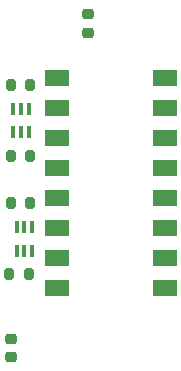
<source format=gtp>
%TF.GenerationSoftware,KiCad,Pcbnew,8.0.1*%
%TF.CreationDate,2024-08-07T00:37:21+09:00*%
%TF.ProjectId,insulation_board,696e7375-6c61-4746-996f-6e5f626f6172,rev?*%
%TF.SameCoordinates,Original*%
%TF.FileFunction,Paste,Top*%
%TF.FilePolarity,Positive*%
%FSLAX46Y46*%
G04 Gerber Fmt 4.6, Leading zero omitted, Abs format (unit mm)*
G04 Created by KiCad (PCBNEW 8.0.1) date 2024-08-07 00:37:21*
%MOMM*%
%LPD*%
G01*
G04 APERTURE LIST*
G04 Aperture macros list*
%AMRoundRect*
0 Rectangle with rounded corners*
0 $1 Rounding radius*
0 $2 $3 $4 $5 $6 $7 $8 $9 X,Y pos of 4 corners*
0 Add a 4 corners polygon primitive as box body*
4,1,4,$2,$3,$4,$5,$6,$7,$8,$9,$2,$3,0*
0 Add four circle primitives for the rounded corners*
1,1,$1+$1,$2,$3*
1,1,$1+$1,$4,$5*
1,1,$1+$1,$6,$7*
1,1,$1+$1,$8,$9*
0 Add four rect primitives between the rounded corners*
20,1,$1+$1,$2,$3,$4,$5,0*
20,1,$1+$1,$4,$5,$6,$7,0*
20,1,$1+$1,$6,$7,$8,$9,0*
20,1,$1+$1,$8,$9,$2,$3,0*%
G04 Aperture macros list end*
%ADD10R,0.450000X1.100000*%
%ADD11RoundRect,0.200000X0.200000X0.275000X-0.200000X0.275000X-0.200000X-0.275000X0.200000X-0.275000X0*%
%ADD12RoundRect,0.225000X0.250000X-0.225000X0.250000X0.225000X-0.250000X0.225000X-0.250000X-0.225000X0*%
%ADD13R,2.100000X1.450000*%
%ADD14RoundRect,0.225000X-0.250000X0.225000X-0.250000X-0.225000X0.250000X-0.225000X0.250000X0.225000X0*%
G04 APERTURE END LIST*
D10*
%TO.C,Q2*%
X165800000Y-66500000D03*
X165150000Y-66500000D03*
X164500000Y-66500000D03*
X164500000Y-68500000D03*
X165150000Y-68500000D03*
X165800000Y-68500000D03*
%TD*%
D11*
%TO.C,R9*%
X165650000Y-54500000D03*
X164000000Y-54500000D03*
%TD*%
D12*
%TO.C,C1*%
X170500000Y-50050000D03*
X170500000Y-48500000D03*
%TD*%
D10*
%TO.C,Q1*%
X165500000Y-56500000D03*
X164850000Y-56500000D03*
X164200000Y-56500000D03*
X164200000Y-58500000D03*
X164850000Y-58500000D03*
X165500000Y-58500000D03*
%TD*%
D13*
%TO.C,IC1*%
X167950000Y-53920000D03*
X167950000Y-56460000D03*
X167950000Y-59000000D03*
X167950000Y-61540000D03*
X167950000Y-64080000D03*
X167950000Y-66620000D03*
X167950000Y-69160000D03*
X167950000Y-71700000D03*
X177050000Y-71700000D03*
X177050000Y-69160000D03*
X177050000Y-66620000D03*
X177050000Y-64080000D03*
X177050000Y-61540000D03*
X177050000Y-59000000D03*
X177050000Y-56460000D03*
X177050000Y-53920000D03*
%TD*%
D11*
%TO.C,R15*%
X165500000Y-70500000D03*
X163850000Y-70500000D03*
%TD*%
D14*
%TO.C,C2*%
X164000000Y-75950000D03*
X164000000Y-77500000D03*
%TD*%
D11*
%TO.C,R14*%
X165650000Y-64500000D03*
X164000000Y-64500000D03*
%TD*%
%TO.C,R12*%
X165650000Y-60500000D03*
X164000000Y-60500000D03*
%TD*%
M02*

</source>
